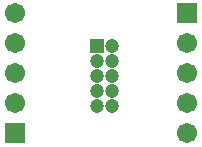
<source format=gbs>
G04 Layer_Color=16711935*
%FSLAX25Y25*%
%MOIN*%
G70*
G01*
G75*
%ADD17C,0.06706*%
%ADD18R,0.06706X0.06706*%
%ADD19R,0.04737X0.04737*%
%ADD20C,0.04737*%
D17*
X26500Y48000D02*
D03*
Y38000D02*
D03*
Y28000D02*
D03*
Y18000D02*
D03*
X84000Y8000D02*
D03*
Y18000D02*
D03*
Y28000D02*
D03*
Y38000D02*
D03*
D18*
X26500Y8000D02*
D03*
X84000Y48000D02*
D03*
D19*
X54000Y37000D02*
D03*
D20*
Y32000D02*
D03*
Y27000D02*
D03*
Y22000D02*
D03*
Y17000D02*
D03*
X59000Y37000D02*
D03*
Y32000D02*
D03*
Y27000D02*
D03*
Y22000D02*
D03*
Y17000D02*
D03*
M02*

</source>
